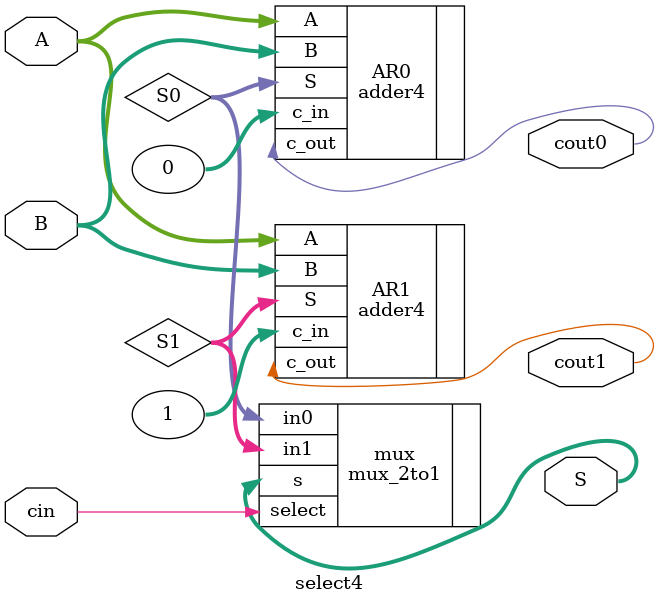
<source format=sv>
`timescale 1ns / 1ps


module select4 (input logic [3:0] A, B,
                input logic cin,
                output logic [3:0] S,
                output logic cout0, cout1);
    
    logic [3:0] S0, S1;
    
    // instantiate two carry-ripple adders
    adder4 AR0(.A, .B, .c_in(0), .S(S0), .c_out(cout0));
    adder4 AR1(.A, .B, .c_in(1), .S(S1), .c_out(cout1));
    
    mux_2to1 mux(.in0(S0), .in1(S1), .select(cin), .s(S));
    
endmodule

</source>
